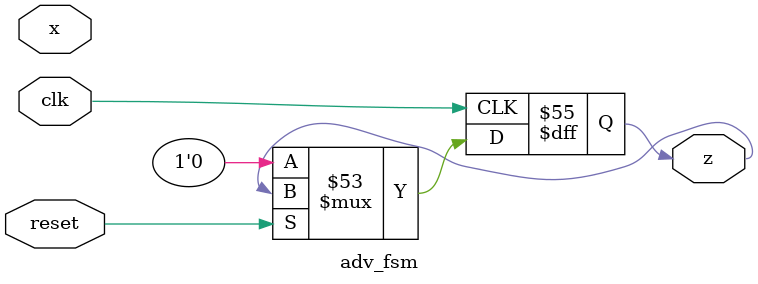
<source format=v>
module adv_fsm(
input clk,
input reset,
input x,
output z ); 
reg [1:0] present_state, next_state;
parameter IDLE=0, S1=1, S10=2, S101=3;
// output signal z is asserted to 1 when present_state is S101 
// present_state is reset to IDLE when rset is high
// otherwise it is assigned next state
// if present_state is IDLE, next_state is assigned S1 if x is 1, otherwise next_state stays at IDLE
// if present_state is S1, next_state is assigned S10 if x is 0, otherwise next_state stays at IDLE 
// if present_state is S10, next_state is assigned S101 if x is 1, otherwise next_state stays at IDLE 
// if present_state is S101, next_state is assigned IDLE


always @(posedge clk) 
present_state <= next_state; 

always @(posedge clk) 
if (reset) next_state = IDLE; 
else begin 
z = 1'd0; 
case (present_state)
IDLE: 
if ( x ) next_state = S1; 
else next_state = IDLE; 
S1: 
if ( x ) next_state = S10; 
else next_state = IDLE; 
S10: 
if ( x ) next_state = S101; 
else next_state = IDLE; 
S101: 
if ( x ) next_state = S1; 
else next_state = IDLE; 
default: 
next_state = IDLE; 
endcase
end 
endmodule

</source>
